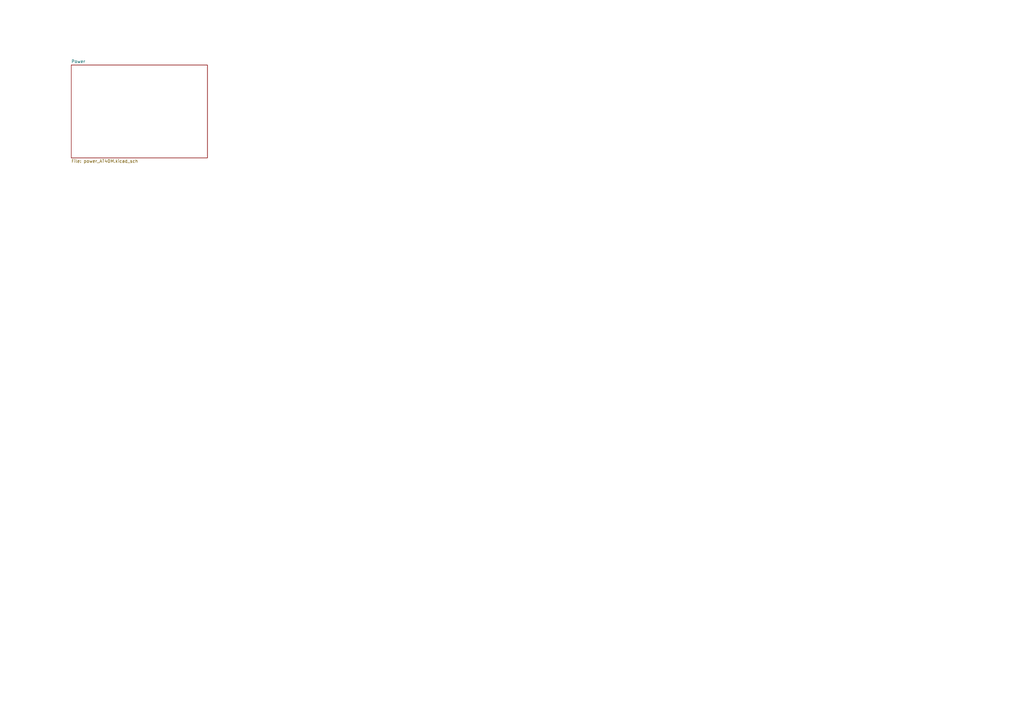
<source format=kicad_sch>
(kicad_sch (version 20211123) (generator eeschema)
  (paper "A3")
  (title_block (title "AT40M") (date "2022-09-09") (rev "A-A"))
  (lib_symbols)
  (sheet (at 29.21 26.67) (size 55.88 38.1) (stroke (width 0.15))
    (property "Sheet name" "Power" (at 29.21 25.9596 0) (effects (justify left bottom)))
    (property "Sheet file" "power_AT40M.kicad_sch" (at 29.21 65.3534 0) (effects (justify left top)))
  )
)
</source>
